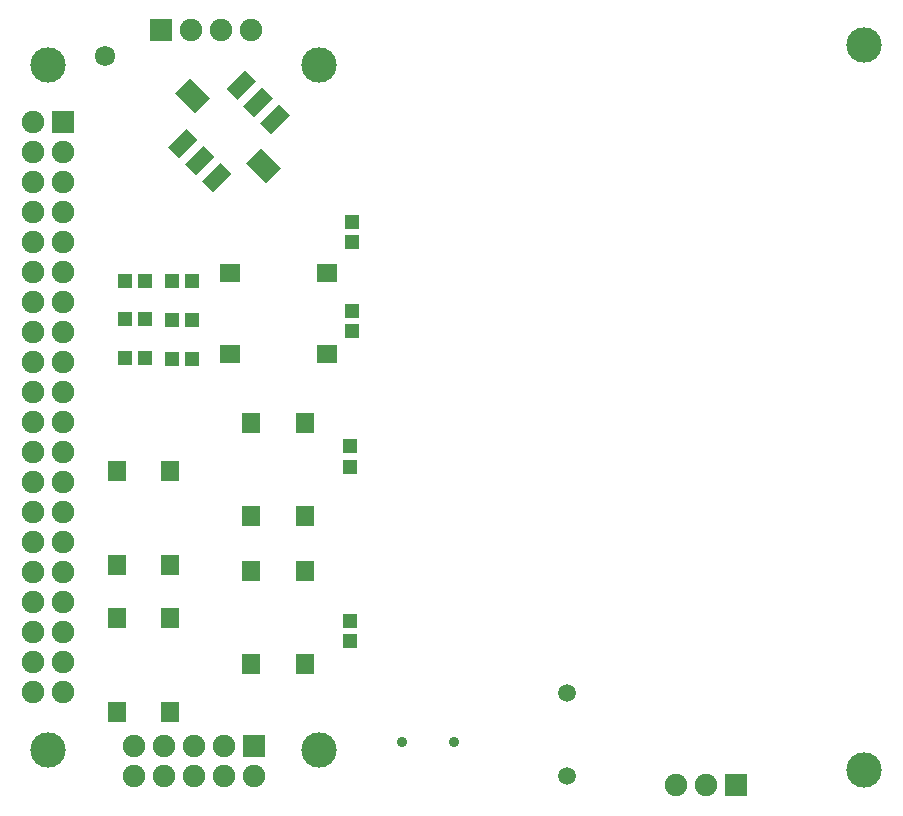
<source format=gbr>
G04 DipTrace 2.4.0.2*
%INTopMask.gbr*%
%MOMM*%
%ADD59C,3.0*%
%ADD60C,0.9*%
%ADD61C,1.5*%
%ADD83C,1.724*%
%ADD85R,1.7X1.6*%
%ADD86R,1.3X1.2*%
%ADD105C,1.9*%
%ADD108R,1.9X1.9*%
%ADD120R,1.2X1.3*%
%ADD123R,1.5X1.75*%
%FSLAX53Y53*%
G04*
G71*
G90*
G75*
G01*
%LNTopMask*%
%LPD*%
D123*
X24189Y38139D3*
Y30189D3*
X19689Y38139D3*
Y30189D3*
X24189Y25658D3*
Y17708D3*
X19689Y25658D3*
Y17708D3*
D86*
X22080Y50985D3*
X20380D3*
X22080Y54240D3*
X20380D3*
X22077Y47679D3*
X20377D3*
D108*
X15129Y67653D3*
D105*
X12589D3*
X15129Y65113D3*
X12589D3*
X15129Y62573D3*
X12589D3*
X15129Y60033D3*
X12589D3*
X15129Y57493D3*
X12589D3*
X15129Y54953D3*
X12589D3*
X15129Y52413D3*
X12589D3*
X15129Y49873D3*
X12589D3*
X15129Y47333D3*
X12589D3*
X15129Y44793D3*
X12589D3*
X15129Y42253D3*
X12589D3*
X15129Y39713D3*
X12589D3*
X15129Y37173D3*
X12589D3*
X15129Y34633D3*
X12589D3*
X15129Y32093D3*
X12589D3*
X15129Y29553D3*
X12589D3*
X15129Y27013D3*
X12589D3*
X15129Y24473D3*
X12589D3*
X15129Y21933D3*
X12589D3*
X15129Y19393D3*
X12589D3*
D59*
X13859Y72523D3*
Y14523D3*
X36859D3*
Y72523D3*
D108*
X72120Y11520D3*
D105*
X69580D3*
X67040D3*
D60*
X48280Y15160D3*
X43880D3*
D108*
X23445Y75440D3*
D105*
X25985D3*
X28525D3*
X31065D3*
D61*
X57783Y12297D3*
Y19297D3*
D108*
X31280Y14830D3*
D105*
Y12290D3*
X28740Y14830D3*
Y12290D3*
X26200Y14830D3*
Y12290D3*
X23660Y14830D3*
Y12290D3*
X21120Y14830D3*
Y12290D3*
D86*
X26080Y47600D3*
X24380D3*
X26080Y54240D3*
X24380D3*
D120*
X39600Y57520D3*
Y59220D3*
Y50000D3*
Y51700D3*
X39410Y23710D3*
Y25410D3*
Y38510D3*
Y40210D3*
D86*
X26080Y50960D3*
X24380D3*
D85*
X37463Y48080D3*
X29298D3*
X37463Y54880D3*
X29298D3*
D83*
X18720Y73310D3*
G36*
X28488Y64229D2*
X29407Y63310D1*
X27852Y61754D1*
X26933Y62674D1*
X28488Y64229D1*
G37*
G36*
X33428Y69169D2*
X34347Y68249D1*
X32791Y66694D1*
X31872Y67613D1*
X33428Y69169D1*
G37*
G36*
X31989Y70608D2*
X32908Y69689D1*
X31352Y68133D1*
X30433Y69052D1*
X31989Y70608D1*
G37*
G36*
X30550Y72047D2*
X31469Y71128D1*
X29914Y69572D1*
X28994Y70491D1*
X30550Y72047D1*
G37*
G36*
X27050Y65669D2*
X27969Y64749D1*
X26413Y63194D1*
X25494Y64113D1*
X27050Y65669D1*
G37*
G36*
X25611Y67107D2*
X26531Y66188D1*
X24975Y64632D1*
X24056Y65551D1*
X25611Y67107D1*
G37*
G36*
X30615Y64215D2*
X31888Y65488D1*
X33585Y63791D1*
X32312Y62518D1*
X30615Y64215D1*
G37*
G36*
X24665Y70164D2*
X25938Y71437D1*
X27635Y69740D1*
X26362Y68467D1*
X24665Y70164D1*
G37*
D123*
X35600Y42240D3*
Y34290D3*
X31100Y42240D3*
Y34290D3*
X35603Y29709D3*
Y21759D3*
X31103Y29709D3*
Y21759D3*
D59*
X83000Y12840D3*
Y74160D3*
M02*

</source>
